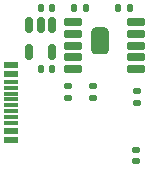
<source format=gbr>
%TF.GenerationSoftware,KiCad,Pcbnew,8.0.6-8.0.6-0~ubuntu24.04.1*%
%TF.CreationDate,2024-11-20T23:40:03+01:00*%
%TF.ProjectId,lumen_PD,6c756d65-6e5f-4504-942e-6b696361645f,rev?*%
%TF.SameCoordinates,Original*%
%TF.FileFunction,Paste,Top*%
%TF.FilePolarity,Positive*%
%FSLAX46Y46*%
G04 Gerber Fmt 4.6, Leading zero omitted, Abs format (unit mm)*
G04 Created by KiCad (PCBNEW 8.0.6-8.0.6-0~ubuntu24.04.1) date 2024-11-20 23:40:03*
%MOMM*%
%LPD*%
G01*
G04 APERTURE LIST*
G04 Aperture macros list*
%AMRoundRect*
0 Rectangle with rounded corners*
0 $1 Rounding radius*
0 $2 $3 $4 $5 $6 $7 $8 $9 X,Y pos of 4 corners*
0 Add a 4 corners polygon primitive as box body*
4,1,4,$2,$3,$4,$5,$6,$7,$8,$9,$2,$3,0*
0 Add four circle primitives for the rounded corners*
1,1,$1+$1,$2,$3*
1,1,$1+$1,$4,$5*
1,1,$1+$1,$6,$7*
1,1,$1+$1,$8,$9*
0 Add four rect primitives between the rounded corners*
20,1,$1+$1,$2,$3,$4,$5,0*
20,1,$1+$1,$4,$5,$6,$7,0*
20,1,$1+$1,$6,$7,$8,$9,0*
20,1,$1+$1,$8,$9,$2,$3,0*%
G04 Aperture macros list end*
%ADD10RoundRect,0.147500X-0.172500X0.147500X-0.172500X-0.147500X0.172500X-0.147500X0.172500X0.147500X0*%
%ADD11RoundRect,0.135000X0.185000X-0.135000X0.185000X0.135000X-0.185000X0.135000X-0.185000X-0.135000X0*%
%ADD12R,1.240000X0.600000*%
%ADD13R,1.240000X0.300000*%
%ADD14RoundRect,0.135000X-0.185000X0.135000X-0.185000X-0.135000X0.185000X-0.135000X0.185000X0.135000X0*%
%ADD15RoundRect,0.381000X0.381000X-0.762000X0.381000X0.762000X-0.381000X0.762000X-0.381000X-0.762000X0*%
%ADD16RoundRect,0.150000X-0.637500X-0.150000X0.637500X-0.150000X0.637500X0.150000X-0.637500X0.150000X0*%
%ADD17RoundRect,0.135000X0.135000X0.185000X-0.135000X0.185000X-0.135000X-0.185000X0.135000X-0.185000X0*%
%ADD18RoundRect,0.150000X-0.150000X0.512500X-0.150000X-0.512500X0.150000X-0.512500X0.150000X0.512500X0*%
%ADD19RoundRect,0.140000X-0.140000X-0.170000X0.140000X-0.170000X0.140000X0.170000X-0.140000X0.170000X0*%
G04 APERTURE END LIST*
D10*
%TO.C,D1*%
X109800000Y-69365000D03*
X109800000Y-70335000D03*
%TD*%
D11*
%TO.C,R5*%
X106150000Y-64960000D03*
X106150000Y-63940000D03*
%TD*%
D12*
%TO.C,J1*%
X99200000Y-62132500D03*
X99200000Y-62932500D03*
D13*
X99200000Y-64082500D03*
X99200000Y-65082500D03*
X99200000Y-65582500D03*
X99200000Y-66582500D03*
D12*
X99200000Y-67732500D03*
X99200000Y-68532500D03*
X99200000Y-68532500D03*
X99200000Y-67732500D03*
D13*
X99200000Y-67082500D03*
X99200000Y-66082500D03*
X99200000Y-64582500D03*
X99200000Y-63582500D03*
D12*
X99200000Y-62932500D03*
X99200000Y-62132500D03*
%TD*%
D14*
%TO.C,R4*%
X104050000Y-63940000D03*
X104050000Y-64960000D03*
%TD*%
D15*
%TO.C,U1*%
X106750000Y-60127500D03*
D16*
X104487500Y-58527500D03*
X104487500Y-59527500D03*
X104487500Y-60527500D03*
X104487500Y-61527500D03*
X104487500Y-62527500D03*
X109812500Y-62527500D03*
X109812500Y-61527500D03*
X109812500Y-60527500D03*
X109812500Y-59527500D03*
X109812500Y-58527500D03*
%TD*%
D17*
%TO.C,R2*%
X105560000Y-57302500D03*
X104540000Y-57302500D03*
%TD*%
D18*
%TO.C,U2*%
X102665000Y-58802500D03*
X101715000Y-58802500D03*
X100765000Y-58802500D03*
X100765000Y-61077500D03*
X102665000Y-61077500D03*
%TD*%
D19*
%TO.C,C3*%
X101735000Y-62540000D03*
X102695000Y-62540000D03*
%TD*%
%TO.C,C2*%
X101735000Y-57340000D03*
X102695000Y-57340000D03*
%TD*%
D17*
%TO.C,R3*%
X109260000Y-57300000D03*
X108240000Y-57300000D03*
%TD*%
D11*
%TO.C,R1*%
X109900000Y-65360000D03*
X109900000Y-64340000D03*
%TD*%
M02*

</source>
